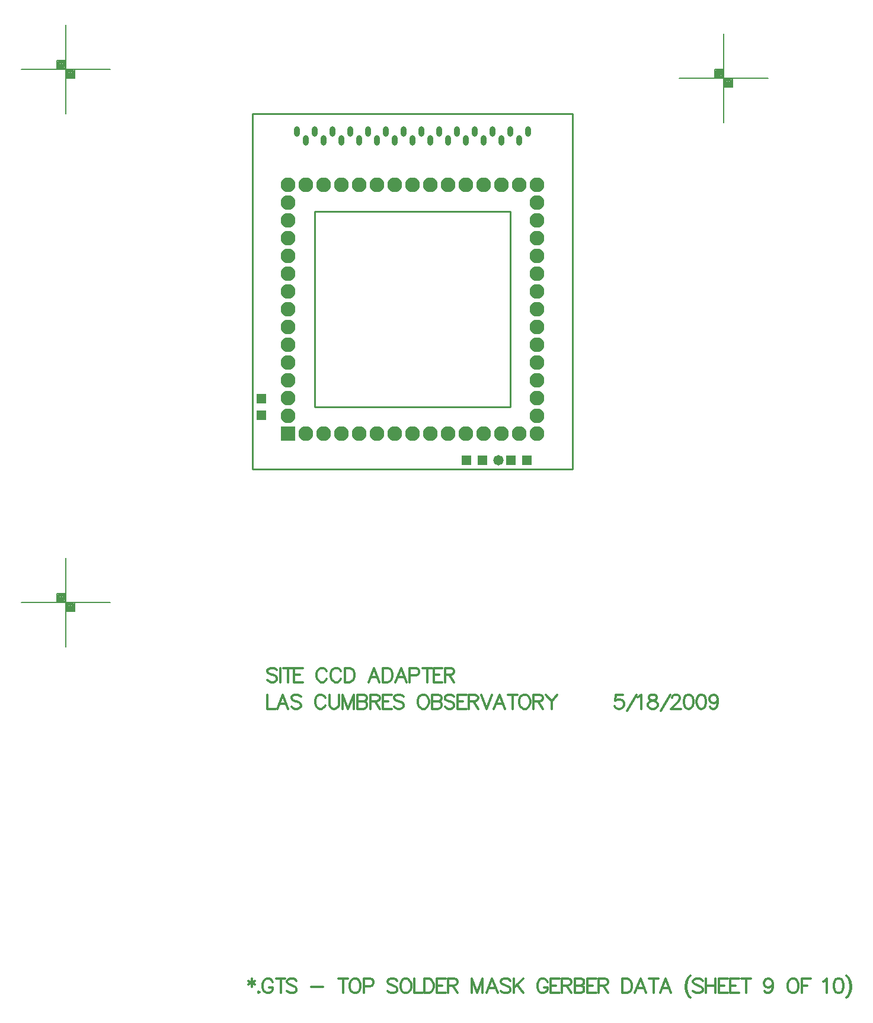
<source format=gts>
%FSLAX23Y23*%
%MOIN*%
G70*
G01*
G75*
G04 Layer_Color=8388736*
%ADD10R,0.050X0.050*%
%ADD11R,0.050X0.050*%
%ADD12C,0.006*%
%ADD13C,0.012*%
%ADD14C,0.010*%
%ADD15C,0.008*%
%ADD16C,0.012*%
%ADD17C,0.012*%
%ADD18O,0.024X0.050*%
%ADD19C,0.075*%
%ADD20R,0.075X0.075*%
%ADD21C,0.050*%
%ADD22C,0.040*%
%ADD23C,0.054*%
G04:AMPARAMS|DCode=24|XSize=74mil|YSize=74mil|CornerRadius=0mil|HoleSize=0mil|Usage=FLASHONLY|Rotation=0.000|XOffset=0mil|YOffset=0mil|HoleType=Round|Shape=Relief|Width=10mil|Gap=10mil|Entries=4|*
%AMTHD24*
7,0,0,0.074,0.054,0.010,45*
%
%ADD24THD24*%
%ADD25C,0.086*%
G04:AMPARAMS|DCode=26|XSize=106mil|YSize=106mil|CornerRadius=0mil|HoleSize=0mil|Usage=FLASHONLY|Rotation=0.000|XOffset=0mil|YOffset=0mil|HoleType=Round|Shape=Relief|Width=10mil|Gap=10mil|Entries=4|*
%AMTHD26*
7,0,0,0.106,0.086,0.010,45*
%
%ADD26THD26*%
G04:AMPARAMS|DCode=27|XSize=85mil|YSize=85mil|CornerRadius=0mil|HoleSize=0mil|Usage=FLASHONLY|Rotation=0.000|XOffset=0mil|YOffset=0mil|HoleType=Round|Shape=Relief|Width=10mil|Gap=10mil|Entries=4|*
%AMTHD27*
7,0,0,0.085,0.065,0.010,45*
%
%ADD27THD27*%
%ADD28C,0.010*%
%ADD29C,0.015*%
%ADD30C,0.005*%
%ADD31R,0.058X0.058*%
%ADD32R,0.058X0.058*%
%ADD33O,0.032X0.058*%
%ADD34C,0.083*%
%ADD35R,0.083X0.083*%
%ADD36C,0.058*%
D13*
X13227Y8805D02*
Y8760D01*
X13208Y8794D02*
X13246Y8771D01*
Y8794D02*
X13208Y8771D01*
X13266Y8733D02*
X13263Y8729D01*
X13266Y8725D01*
X13270Y8729D01*
X13266Y8733D01*
X13345Y8786D02*
X13341Y8794D01*
X13333Y8802D01*
X13326Y8805D01*
X13311D01*
X13303Y8802D01*
X13295Y8794D01*
X13291Y8786D01*
X13288Y8775D01*
Y8756D01*
X13291Y8744D01*
X13295Y8737D01*
X13303Y8729D01*
X13311Y8725D01*
X13326D01*
X13333Y8729D01*
X13341Y8737D01*
X13345Y8744D01*
Y8756D01*
X13326D02*
X13345D01*
X13390Y8805D02*
Y8725D01*
X13363Y8805D02*
X13416D01*
X13479Y8794D02*
X13472Y8802D01*
X13460Y8805D01*
X13445D01*
X13434Y8802D01*
X13426Y8794D01*
Y8786D01*
X13430Y8779D01*
X13434Y8775D01*
X13441Y8771D01*
X13464Y8763D01*
X13472Y8760D01*
X13475Y8756D01*
X13479Y8748D01*
Y8737D01*
X13472Y8729D01*
X13460Y8725D01*
X13445D01*
X13434Y8729D01*
X13426Y8737D01*
X13560Y8760D02*
X13629D01*
X13742Y8805D02*
Y8725D01*
X13715Y8805D02*
X13768D01*
X13801D02*
X13793Y8802D01*
X13785Y8794D01*
X13782Y8786D01*
X13778Y8775D01*
Y8756D01*
X13782Y8744D01*
X13785Y8737D01*
X13793Y8729D01*
X13801Y8725D01*
X13816D01*
X13824Y8729D01*
X13831Y8737D01*
X13835Y8744D01*
X13839Y8756D01*
Y8775D01*
X13835Y8786D01*
X13831Y8794D01*
X13824Y8802D01*
X13816Y8805D01*
X13801D01*
X13857Y8763D02*
X13892D01*
X13903Y8767D01*
X13907Y8771D01*
X13911Y8779D01*
Y8790D01*
X13907Y8798D01*
X13903Y8802D01*
X13892Y8805D01*
X13857D01*
Y8725D01*
X14045Y8794D02*
X14037Y8802D01*
X14026Y8805D01*
X14011D01*
X13999Y8802D01*
X13992Y8794D01*
Y8786D01*
X13995Y8779D01*
X13999Y8775D01*
X14007Y8771D01*
X14030Y8763D01*
X14037Y8760D01*
X14041Y8756D01*
X14045Y8748D01*
Y8737D01*
X14037Y8729D01*
X14026Y8725D01*
X14011D01*
X13999Y8729D01*
X13992Y8737D01*
X14086Y8805D02*
X14078Y8802D01*
X14070Y8794D01*
X14067Y8786D01*
X14063Y8775D01*
Y8756D01*
X14067Y8744D01*
X14070Y8737D01*
X14078Y8729D01*
X14086Y8725D01*
X14101D01*
X14108Y8729D01*
X14116Y8737D01*
X14120Y8744D01*
X14124Y8756D01*
Y8775D01*
X14120Y8786D01*
X14116Y8794D01*
X14108Y8802D01*
X14101Y8805D01*
X14086D01*
X14142D02*
Y8725D01*
X14188D01*
X14197Y8805D02*
Y8725D01*
Y8805D02*
X14223D01*
X14235Y8802D01*
X14242Y8794D01*
X14246Y8786D01*
X14250Y8775D01*
Y8756D01*
X14246Y8744D01*
X14242Y8737D01*
X14235Y8729D01*
X14223Y8725D01*
X14197D01*
X14318Y8805D02*
X14268D01*
Y8725D01*
X14318D01*
X14268Y8767D02*
X14298D01*
X14331Y8805D02*
Y8725D01*
Y8805D02*
X14365D01*
X14377Y8802D01*
X14380Y8798D01*
X14384Y8790D01*
Y8782D01*
X14380Y8775D01*
X14377Y8771D01*
X14365Y8767D01*
X14331D01*
X14358D02*
X14384Y8725D01*
X14465Y8805D02*
Y8725D01*
Y8805D02*
X14495Y8725D01*
X14526Y8805D02*
X14495Y8725D01*
X14526Y8805D02*
Y8725D01*
X14610D02*
X14579Y8805D01*
X14549Y8725D01*
X14560Y8752D02*
X14598D01*
X14682Y8794D02*
X14674Y8802D01*
X14663Y8805D01*
X14647D01*
X14636Y8802D01*
X14628Y8794D01*
Y8786D01*
X14632Y8779D01*
X14636Y8775D01*
X14644Y8771D01*
X14666Y8763D01*
X14674Y8760D01*
X14678Y8756D01*
X14682Y8748D01*
Y8737D01*
X14674Y8729D01*
X14663Y8725D01*
X14647D01*
X14636Y8729D01*
X14628Y8737D01*
X14700Y8805D02*
Y8725D01*
X14753Y8805D02*
X14700Y8752D01*
X14719Y8771D02*
X14753Y8725D01*
X14891Y8786D02*
X14887Y8794D01*
X14879Y8802D01*
X14872Y8805D01*
X14856D01*
X14849Y8802D01*
X14841Y8794D01*
X14837Y8786D01*
X14834Y8775D01*
Y8756D01*
X14837Y8744D01*
X14841Y8737D01*
X14849Y8729D01*
X14856Y8725D01*
X14872D01*
X14879Y8729D01*
X14887Y8737D01*
X14891Y8744D01*
Y8756D01*
X14872D02*
X14891D01*
X14959Y8805D02*
X14909D01*
Y8725D01*
X14959D01*
X14909Y8767D02*
X14939D01*
X14972Y8805D02*
Y8725D01*
Y8805D02*
X15006D01*
X15018Y8802D01*
X15021Y8798D01*
X15025Y8790D01*
Y8782D01*
X15021Y8775D01*
X15018Y8771D01*
X15006Y8767D01*
X14972D01*
X14999D02*
X15025Y8725D01*
X15043Y8805D02*
Y8725D01*
Y8805D02*
X15077D01*
X15089Y8802D01*
X15093Y8798D01*
X15096Y8790D01*
Y8782D01*
X15093Y8775D01*
X15089Y8771D01*
X15077Y8767D01*
X15043D02*
X15077D01*
X15089Y8763D01*
X15093Y8760D01*
X15096Y8752D01*
Y8741D01*
X15093Y8733D01*
X15089Y8729D01*
X15077Y8725D01*
X15043D01*
X15164Y8805D02*
X15114D01*
Y8725D01*
X15164D01*
X15114Y8767D02*
X15145D01*
X15177Y8805D02*
Y8725D01*
Y8805D02*
X15211D01*
X15223Y8802D01*
X15227Y8798D01*
X15230Y8790D01*
Y8782D01*
X15227Y8775D01*
X15223Y8771D01*
X15211Y8767D01*
X15177D01*
X15204D02*
X15230Y8725D01*
X15311Y8805D02*
Y8725D01*
Y8805D02*
X15338D01*
X15349Y8802D01*
X15357Y8794D01*
X15361Y8786D01*
X15365Y8775D01*
Y8756D01*
X15361Y8744D01*
X15357Y8737D01*
X15349Y8729D01*
X15338Y8725D01*
X15311D01*
X15443D02*
X15413Y8805D01*
X15382Y8725D01*
X15394Y8752D02*
X15432D01*
X15489Y8805D02*
Y8725D01*
X15462Y8805D02*
X15515D01*
X15586Y8725D02*
X15555Y8805D01*
X15525Y8725D01*
X15536Y8752D02*
X15574D01*
X15694Y8821D02*
X15686Y8813D01*
X15679Y8802D01*
X15671Y8786D01*
X15667Y8767D01*
Y8752D01*
X15671Y8733D01*
X15679Y8718D01*
X15686Y8706D01*
X15694Y8699D01*
X15686Y8813D02*
X15679Y8798D01*
X15675Y8786D01*
X15671Y8767D01*
Y8752D01*
X15675Y8733D01*
X15679Y8722D01*
X15686Y8706D01*
X15763Y8794D02*
X15755Y8802D01*
X15744Y8805D01*
X15728D01*
X15717Y8802D01*
X15709Y8794D01*
Y8786D01*
X15713Y8779D01*
X15717Y8775D01*
X15724Y8771D01*
X15747Y8763D01*
X15755Y8760D01*
X15759Y8756D01*
X15763Y8748D01*
Y8737D01*
X15755Y8729D01*
X15744Y8725D01*
X15728D01*
X15717Y8729D01*
X15709Y8737D01*
X15780Y8805D02*
Y8725D01*
X15834Y8805D02*
Y8725D01*
X15780Y8767D02*
X15834D01*
X15905Y8805D02*
X15856D01*
Y8725D01*
X15905D01*
X15856Y8767D02*
X15886D01*
X15968Y8805D02*
X15919D01*
Y8725D01*
X15968D01*
X15919Y8767D02*
X15949D01*
X16008Y8805D02*
Y8725D01*
X15982Y8805D02*
X16035D01*
X16157Y8779D02*
X16153Y8767D01*
X16145Y8760D01*
X16134Y8756D01*
X16130D01*
X16119Y8760D01*
X16111Y8767D01*
X16107Y8779D01*
Y8782D01*
X16111Y8794D01*
X16119Y8802D01*
X16130Y8805D01*
X16134D01*
X16145Y8802D01*
X16153Y8794D01*
X16157Y8779D01*
Y8760D01*
X16153Y8741D01*
X16145Y8729D01*
X16134Y8725D01*
X16126D01*
X16115Y8729D01*
X16111Y8737D01*
X16264Y8805D02*
X16257Y8802D01*
X16249Y8794D01*
X16245Y8786D01*
X16241Y8775D01*
Y8756D01*
X16245Y8744D01*
X16249Y8737D01*
X16257Y8729D01*
X16264Y8725D01*
X16279D01*
X16287Y8729D01*
X16295Y8737D01*
X16298Y8744D01*
X16302Y8756D01*
Y8775D01*
X16298Y8786D01*
X16295Y8794D01*
X16287Y8802D01*
X16279Y8805D01*
X16264D01*
X16321D02*
Y8725D01*
Y8805D02*
X16370D01*
X16321Y8767D02*
X16351D01*
X16442Y8790D02*
X16450Y8794D01*
X16461Y8805D01*
Y8725D01*
X16524Y8805D02*
X16512Y8802D01*
X16505Y8790D01*
X16501Y8771D01*
Y8760D01*
X16505Y8741D01*
X16512Y8729D01*
X16524Y8725D01*
X16532D01*
X16543Y8729D01*
X16551Y8741D01*
X16554Y8760D01*
Y8771D01*
X16551Y8790D01*
X16543Y8802D01*
X16532Y8805D01*
X16524D01*
X16572Y8821D02*
X16580Y8813D01*
X16588Y8802D01*
X16595Y8786D01*
X16599Y8767D01*
Y8752D01*
X16595Y8733D01*
X16588Y8718D01*
X16580Y8706D01*
X16572Y8699D01*
X16580Y8813D02*
X16588Y8798D01*
X16591Y8786D01*
X16595Y8767D01*
Y8752D01*
X16591Y8733D01*
X16588Y8722D01*
X16580Y8706D01*
D14*
X13231Y11672D02*
X14832D01*
X15031D01*
Y13672D01*
X13231D02*
X15031D01*
X13231Y11672D02*
Y13672D01*
X13582Y12023D02*
X14682D01*
Y13123D01*
X13582D02*
X14682D01*
X13582Y12023D02*
Y13123D01*
D15*
X11932Y13922D02*
X12432D01*
X12182Y13672D02*
Y14172D01*
X12231Y13873D02*
Y13922D01*
X12182Y13873D02*
X12231D01*
X12132Y13922D02*
Y13972D01*
X12182D01*
X12137Y13927D02*
X12177D01*
X12137D02*
Y13967D01*
X12177D01*
Y13927D02*
Y13967D01*
X12142Y13932D02*
X12172D01*
X12142D02*
Y13962D01*
X12172D01*
Y13938D02*
Y13962D01*
X12146Y13938D02*
X12167D01*
X12146D02*
Y13958D01*
X12167D01*
Y13943D02*
Y13958D01*
X12151Y13943D02*
X12161D01*
X12151D02*
Y13953D01*
X12161D01*
Y13943D02*
Y13953D01*
X12151Y13948D02*
X12161D01*
X12186Y13877D02*
X12226D01*
X12186D02*
Y13917D01*
X12226D01*
Y13877D02*
Y13917D01*
X12191Y13882D02*
X12222D01*
X12191D02*
Y13913D01*
X12222D01*
Y13887D02*
Y13913D01*
X12196Y13887D02*
X12217D01*
X12196D02*
Y13908D01*
X12217D01*
Y13892D02*
Y13908D01*
X12201Y13892D02*
X12212D01*
X12201D02*
Y13903D01*
X12212D01*
Y13892D02*
Y13903D01*
X12201Y13898D02*
X12212D01*
X11932Y10922D02*
X12432D01*
X12182Y10672D02*
Y11172D01*
X12231Y10873D02*
Y10922D01*
X12182Y10873D02*
X12231D01*
X12132Y10922D02*
Y10972D01*
X12182D01*
X12137Y10927D02*
X12177D01*
X12137D02*
Y10967D01*
X12177D01*
Y10927D02*
Y10967D01*
X12142Y10932D02*
X12172D01*
X12142D02*
Y10962D01*
X12172D01*
Y10938D02*
Y10962D01*
X12146Y10938D02*
X12167D01*
X12146D02*
Y10958D01*
X12167D01*
Y10943D02*
Y10958D01*
X12151Y10943D02*
X12161D01*
X12151D02*
Y10953D01*
X12161D01*
Y10943D02*
Y10953D01*
X12151Y10948D02*
X12161D01*
X12186Y10877D02*
X12226D01*
X12186D02*
Y10917D01*
X12226D01*
Y10877D02*
Y10917D01*
X12191Y10882D02*
X12222D01*
X12191D02*
Y10913D01*
X12222D01*
Y10887D02*
Y10913D01*
X12196Y10887D02*
X12217D01*
X12196D02*
Y10908D01*
X12217D01*
Y10892D02*
Y10908D01*
X12201Y10892D02*
X12212D01*
X12201D02*
Y10903D01*
X12212D01*
Y10892D02*
Y10903D01*
X12201Y10898D02*
X12212D01*
X15632Y13873D02*
X16132D01*
X15882Y13623D02*
Y14123D01*
X15932Y13823D02*
Y13873D01*
X15882Y13823D02*
X15932D01*
X15832Y13873D02*
Y13922D01*
X15882D01*
X15837Y13877D02*
X15877D01*
X15837D02*
Y13917D01*
X15877D01*
Y13877D02*
Y13917D01*
X15842Y13882D02*
X15872D01*
X15842D02*
Y13913D01*
X15872D01*
Y13887D02*
Y13913D01*
X15847Y13887D02*
X15866D01*
X15847D02*
Y13908D01*
X15866D01*
Y13892D02*
Y13908D01*
X15851Y13892D02*
X15861D01*
X15851D02*
Y13903D01*
X15861D01*
Y13892D02*
Y13903D01*
X15851Y13898D02*
X15861D01*
X15887Y13828D02*
X15927D01*
X15887D02*
Y13868D01*
X15927D01*
Y13828D02*
Y13868D01*
X15892Y13833D02*
X15922D01*
X15892D02*
Y13863D01*
X15922D01*
Y13837D02*
Y13863D01*
X15896Y13837D02*
X15917D01*
X15896D02*
Y13858D01*
X15917D01*
Y13842D02*
Y13858D01*
X15901Y13842D02*
X15911D01*
X15901D02*
Y13852D01*
X15911D01*
Y13842D02*
Y13852D01*
X15901Y13847D02*
X15911D01*
D16*
X13316Y10404D02*
Y10324D01*
X13361D01*
X13431D02*
X13400Y10404D01*
X13370Y10324D01*
X13381Y10351D02*
X13420D01*
X13503Y10393D02*
X13495Y10400D01*
X13484Y10404D01*
X13469D01*
X13457Y10400D01*
X13450Y10393D01*
Y10385D01*
X13453Y10377D01*
X13457Y10374D01*
X13465Y10370D01*
X13488Y10362D01*
X13495Y10358D01*
X13499Y10355D01*
X13503Y10347D01*
Y10335D01*
X13495Y10328D01*
X13484Y10324D01*
X13469D01*
X13457Y10328D01*
X13450Y10335D01*
X13641Y10385D02*
X13637Y10393D01*
X13629Y10400D01*
X13622Y10404D01*
X13607D01*
X13599Y10400D01*
X13591Y10393D01*
X13587Y10385D01*
X13584Y10374D01*
Y10355D01*
X13587Y10343D01*
X13591Y10335D01*
X13599Y10328D01*
X13607Y10324D01*
X13622D01*
X13629Y10328D01*
X13637Y10335D01*
X13641Y10343D01*
X13663Y10404D02*
Y10347D01*
X13667Y10335D01*
X13675Y10328D01*
X13686Y10324D01*
X13694D01*
X13705Y10328D01*
X13713Y10335D01*
X13717Y10347D01*
Y10404D01*
X13739D02*
Y10324D01*
Y10404D02*
X13769Y10324D01*
X13800Y10404D02*
X13769Y10324D01*
X13800Y10404D02*
Y10324D01*
X13822Y10404D02*
Y10324D01*
Y10404D02*
X13857D01*
X13868Y10400D01*
X13872Y10396D01*
X13876Y10389D01*
Y10381D01*
X13872Y10374D01*
X13868Y10370D01*
X13857Y10366D01*
X13822D02*
X13857D01*
X13868Y10362D01*
X13872Y10358D01*
X13876Y10351D01*
Y10339D01*
X13872Y10332D01*
X13868Y10328D01*
X13857Y10324D01*
X13822D01*
X13894Y10404D02*
Y10324D01*
Y10404D02*
X13928D01*
X13939Y10400D01*
X13943Y10396D01*
X13947Y10389D01*
Y10381D01*
X13943Y10374D01*
X13939Y10370D01*
X13928Y10366D01*
X13894D01*
X13920D02*
X13947Y10324D01*
X14014Y10404D02*
X13965D01*
Y10324D01*
X14014D01*
X13965Y10366D02*
X13995D01*
X14081Y10393D02*
X14073Y10400D01*
X14062Y10404D01*
X14047D01*
X14035Y10400D01*
X14028Y10393D01*
Y10385D01*
X14032Y10377D01*
X14035Y10374D01*
X14043Y10370D01*
X14066Y10362D01*
X14073Y10358D01*
X14077Y10355D01*
X14081Y10347D01*
Y10335D01*
X14073Y10328D01*
X14062Y10324D01*
X14047D01*
X14035Y10328D01*
X14028Y10335D01*
X14185Y10404D02*
X14177Y10400D01*
X14169Y10393D01*
X14166Y10385D01*
X14162Y10374D01*
Y10355D01*
X14166Y10343D01*
X14169Y10335D01*
X14177Y10328D01*
X14185Y10324D01*
X14200D01*
X14208Y10328D01*
X14215Y10335D01*
X14219Y10343D01*
X14223Y10355D01*
Y10374D01*
X14219Y10385D01*
X14215Y10393D01*
X14208Y10400D01*
X14200Y10404D01*
X14185D01*
X14241D02*
Y10324D01*
Y10404D02*
X14276D01*
X14287Y10400D01*
X14291Y10396D01*
X14295Y10389D01*
Y10381D01*
X14291Y10374D01*
X14287Y10370D01*
X14276Y10366D01*
X14241D02*
X14276D01*
X14287Y10362D01*
X14291Y10358D01*
X14295Y10351D01*
Y10339D01*
X14291Y10332D01*
X14287Y10328D01*
X14276Y10324D01*
X14241D01*
X14366Y10393D02*
X14358Y10400D01*
X14347Y10404D01*
X14332D01*
X14320Y10400D01*
X14313Y10393D01*
Y10385D01*
X14316Y10377D01*
X14320Y10374D01*
X14328Y10370D01*
X14351Y10362D01*
X14358Y10358D01*
X14362Y10355D01*
X14366Y10347D01*
Y10335D01*
X14358Y10328D01*
X14347Y10324D01*
X14332D01*
X14320Y10328D01*
X14313Y10335D01*
X14433Y10404D02*
X14384D01*
Y10324D01*
X14433D01*
X14384Y10366D02*
X14414D01*
X14447Y10404D02*
Y10324D01*
Y10404D02*
X14481D01*
X14492Y10400D01*
X14496Y10396D01*
X14500Y10389D01*
Y10381D01*
X14496Y10374D01*
X14492Y10370D01*
X14481Y10366D01*
X14447D01*
X14473D02*
X14500Y10324D01*
X14518Y10404D02*
X14548Y10324D01*
X14579Y10404D02*
X14548Y10324D01*
X14650D02*
X14620Y10404D01*
X14589Y10324D01*
X14601Y10351D02*
X14639D01*
X14695Y10404D02*
Y10324D01*
X14669Y10404D02*
X14722D01*
X14754D02*
X14747Y10400D01*
X14739Y10393D01*
X14735Y10385D01*
X14732Y10374D01*
Y10355D01*
X14735Y10343D01*
X14739Y10335D01*
X14747Y10328D01*
X14754Y10324D01*
X14770D01*
X14777Y10328D01*
X14785Y10335D01*
X14789Y10343D01*
X14793Y10355D01*
Y10374D01*
X14789Y10385D01*
X14785Y10393D01*
X14777Y10400D01*
X14770Y10404D01*
X14754D01*
X14811D02*
Y10324D01*
Y10404D02*
X14845D01*
X14857Y10400D01*
X14861Y10396D01*
X14865Y10389D01*
Y10381D01*
X14861Y10374D01*
X14857Y10370D01*
X14845Y10366D01*
X14811D01*
X14838D02*
X14865Y10324D01*
X14882Y10404D02*
X14913Y10366D01*
Y10324D01*
X14943Y10404D02*
X14913Y10366D01*
X15314Y10404D02*
X15275D01*
X15272Y10370D01*
X15275Y10374D01*
X15287Y10377D01*
X15298D01*
X15310Y10374D01*
X15317Y10366D01*
X15321Y10355D01*
Y10347D01*
X15317Y10335D01*
X15310Y10328D01*
X15298Y10324D01*
X15287D01*
X15275Y10328D01*
X15272Y10332D01*
X15268Y10339D01*
X15339Y10313D02*
X15392Y10404D01*
X15398Y10389D02*
X15405Y10393D01*
X15417Y10404D01*
Y10324D01*
X15475Y10404D02*
X15464Y10400D01*
X15460Y10393D01*
Y10385D01*
X15464Y10377D01*
X15472Y10374D01*
X15487Y10370D01*
X15498Y10366D01*
X15506Y10358D01*
X15510Y10351D01*
Y10339D01*
X15506Y10332D01*
X15502Y10328D01*
X15491Y10324D01*
X15475D01*
X15464Y10328D01*
X15460Y10332D01*
X15456Y10339D01*
Y10351D01*
X15460Y10358D01*
X15468Y10366D01*
X15479Y10370D01*
X15494Y10374D01*
X15502Y10377D01*
X15506Y10385D01*
Y10393D01*
X15502Y10400D01*
X15491Y10404D01*
X15475D01*
X15528Y10313D02*
X15581Y10404D01*
X15590Y10385D02*
Y10389D01*
X15594Y10396D01*
X15598Y10400D01*
X15605Y10404D01*
X15621D01*
X15628Y10400D01*
X15632Y10396D01*
X15636Y10389D01*
Y10381D01*
X15632Y10374D01*
X15624Y10362D01*
X15586Y10324D01*
X15640D01*
X15680Y10404D02*
X15669Y10400D01*
X15661Y10389D01*
X15658Y10370D01*
Y10358D01*
X15661Y10339D01*
X15669Y10328D01*
X15680Y10324D01*
X15688D01*
X15699Y10328D01*
X15707Y10339D01*
X15711Y10358D01*
Y10370D01*
X15707Y10389D01*
X15699Y10400D01*
X15688Y10404D01*
X15680D01*
X15752D02*
X15740Y10400D01*
X15733Y10389D01*
X15729Y10370D01*
Y10358D01*
X15733Y10339D01*
X15740Y10328D01*
X15752Y10324D01*
X15759D01*
X15771Y10328D01*
X15778Y10339D01*
X15782Y10358D01*
Y10370D01*
X15778Y10389D01*
X15771Y10400D01*
X15759Y10404D01*
X15752D01*
X15849Y10377D02*
X15846Y10366D01*
X15838Y10358D01*
X15827Y10355D01*
X15823D01*
X15811Y10358D01*
X15804Y10366D01*
X15800Y10377D01*
Y10381D01*
X15804Y10393D01*
X15811Y10400D01*
X15823Y10404D01*
X15827D01*
X15838Y10400D01*
X15846Y10393D01*
X15849Y10377D01*
Y10358D01*
X15846Y10339D01*
X15838Y10328D01*
X15827Y10324D01*
X15819D01*
X15808Y10328D01*
X15804Y10335D01*
D17*
X13369Y10543D02*
X13361Y10550D01*
X13350Y10554D01*
X13335D01*
X13323Y10550D01*
X13316Y10543D01*
Y10535D01*
X13319Y10527D01*
X13323Y10524D01*
X13331Y10520D01*
X13354Y10512D01*
X13361Y10508D01*
X13365Y10505D01*
X13369Y10497D01*
Y10486D01*
X13361Y10478D01*
X13350Y10474D01*
X13335D01*
X13323Y10478D01*
X13316Y10486D01*
X13387Y10554D02*
Y10474D01*
X13430Y10554D02*
Y10474D01*
X13404Y10554D02*
X13457D01*
X13516D02*
X13466D01*
Y10474D01*
X13516D01*
X13466Y10516D02*
X13497D01*
X13649Y10535D02*
X13645Y10543D01*
X13638Y10550D01*
X13630Y10554D01*
X13615D01*
X13607Y10550D01*
X13600Y10543D01*
X13596Y10535D01*
X13592Y10524D01*
Y10505D01*
X13596Y10493D01*
X13600Y10486D01*
X13607Y10478D01*
X13615Y10474D01*
X13630D01*
X13638Y10478D01*
X13645Y10486D01*
X13649Y10493D01*
X13729Y10535D02*
X13725Y10543D01*
X13717Y10550D01*
X13710Y10554D01*
X13694D01*
X13687Y10550D01*
X13679Y10543D01*
X13675Y10535D01*
X13672Y10524D01*
Y10505D01*
X13675Y10493D01*
X13679Y10486D01*
X13687Y10478D01*
X13694Y10474D01*
X13710D01*
X13717Y10478D01*
X13725Y10486D01*
X13729Y10493D01*
X13751Y10554D02*
Y10474D01*
Y10554D02*
X13778D01*
X13789Y10550D01*
X13797Y10543D01*
X13801Y10535D01*
X13805Y10524D01*
Y10505D01*
X13801Y10493D01*
X13797Y10486D01*
X13789Y10478D01*
X13778Y10474D01*
X13751D01*
X13946D02*
X13916Y10554D01*
X13885Y10474D01*
X13897Y10501D02*
X13935D01*
X13965Y10554D02*
Y10474D01*
Y10554D02*
X13992D01*
X14003Y10550D01*
X14011Y10543D01*
X14014Y10535D01*
X14018Y10524D01*
Y10505D01*
X14014Y10493D01*
X14011Y10486D01*
X14003Y10478D01*
X13992Y10474D01*
X13965D01*
X14097D02*
X14067Y10554D01*
X14036Y10474D01*
X14048Y10501D02*
X14086D01*
X14116Y10512D02*
X14150D01*
X14161Y10516D01*
X14165Y10520D01*
X14169Y10527D01*
Y10539D01*
X14165Y10546D01*
X14161Y10550D01*
X14150Y10554D01*
X14116D01*
Y10474D01*
X14214Y10554D02*
Y10474D01*
X14187Y10554D02*
X14240D01*
X14299D02*
X14250D01*
Y10474D01*
X14299D01*
X14250Y10516D02*
X14280D01*
X14313Y10554D02*
Y10474D01*
Y10554D02*
X14347D01*
X14358Y10550D01*
X14362Y10546D01*
X14366Y10539D01*
Y10531D01*
X14362Y10524D01*
X14358Y10520D01*
X14347Y10516D01*
X14313D01*
X14339D02*
X14366Y10474D01*
D31*
X13281Y11977D02*
D03*
Y12068D02*
D03*
D32*
X14686Y11722D02*
D03*
X14776D02*
D03*
X14436D02*
D03*
X14526D02*
D03*
D33*
X13481Y13573D02*
D03*
X13531Y13523D02*
D03*
X13582Y13573D02*
D03*
X13632Y13523D02*
D03*
X13682Y13573D02*
D03*
X13731Y13523D02*
D03*
X13781Y13573D02*
D03*
X13832Y13523D02*
D03*
X13882Y13573D02*
D03*
X13932Y13523D02*
D03*
X13981Y13573D02*
D03*
X14031Y13523D02*
D03*
X14082Y13573D02*
D03*
X14132Y13523D02*
D03*
X14182Y13573D02*
D03*
X14231Y13523D02*
D03*
X14281Y13573D02*
D03*
X14332Y13523D02*
D03*
X14382Y13573D02*
D03*
X14432Y13523D02*
D03*
X14481Y13573D02*
D03*
X14531Y13523D02*
D03*
X14582Y13573D02*
D03*
X14632Y13523D02*
D03*
X14682Y13573D02*
D03*
X14731Y13523D02*
D03*
X14781Y13573D02*
D03*
D34*
X13432Y11972D02*
D03*
Y12073D02*
D03*
Y12172D02*
D03*
Y12273D02*
D03*
Y12373D02*
D03*
Y12472D02*
D03*
Y12573D02*
D03*
Y12672D02*
D03*
Y12773D02*
D03*
Y12873D02*
D03*
Y12972D02*
D03*
Y13073D02*
D03*
Y13172D02*
D03*
Y13273D02*
D03*
X13531D02*
D03*
X13632D02*
D03*
X13731D02*
D03*
X13832D02*
D03*
X13932D02*
D03*
X14031D02*
D03*
X14132D02*
D03*
X14231D02*
D03*
X14332D02*
D03*
X14432D02*
D03*
X14531D02*
D03*
X14632D02*
D03*
X14731D02*
D03*
X14832D02*
D03*
Y13172D02*
D03*
Y13073D02*
D03*
Y12972D02*
D03*
Y12873D02*
D03*
Y12773D02*
D03*
Y12672D02*
D03*
Y12573D02*
D03*
Y12472D02*
D03*
Y12373D02*
D03*
Y12273D02*
D03*
Y12172D02*
D03*
Y12073D02*
D03*
Y11972D02*
D03*
Y11873D02*
D03*
X14731D02*
D03*
X14632D02*
D03*
X14531D02*
D03*
X14432D02*
D03*
X14332D02*
D03*
X14231D02*
D03*
X14132D02*
D03*
X14031D02*
D03*
X13932D02*
D03*
X13832D02*
D03*
X13731D02*
D03*
X13632D02*
D03*
X13531D02*
D03*
D35*
X13432D02*
D03*
D36*
X14613Y11722D02*
D03*
M02*

</source>
